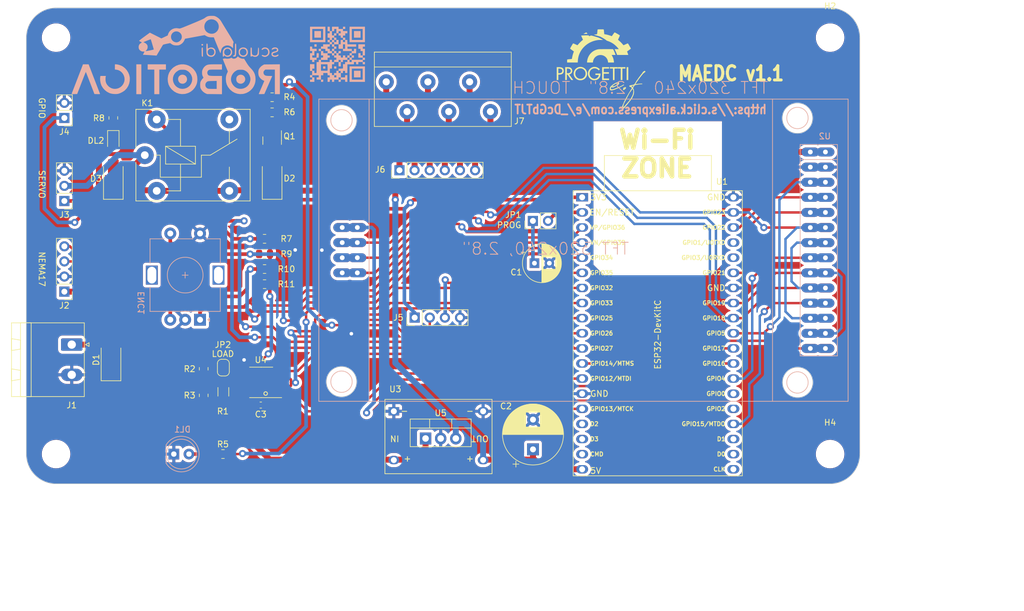
<source format=kicad_pcb>
(kicad_pcb (version 20221018) (generator pcbnew)
  (title_block (title "Mangiatoia per animali domestici ") (date "2024-11-06") (rev "1.1") (company "PROGETTI di Frisoni Emanuele") (comment 4 "MAEDC (Mangiatoia Automatica Erogatore di Crocchette)"))
  (layers (0 "F.Cu" signal) (31 "B.Cu" signal) (34 "B.Paste" user) (35 "F.Paste" user) (36 "B.SilkS" user "B.Silkscreen") (37 "F.SilkS" user "F.Silkscreen") (38 "B.Mask" user) (39 "F.Mask" user) (44 "Edge.Cuts" user))
  (net 0 "")
  (net 1 "Net-(JP1-A)")
  (net 2 "GND")
  (net 3 "+5V")
  (net 4 "+3.3V")
  (net 5 "/LED")
  (net 6 "Net-(D2-A)")
  (net 7 "+12V")
  (net 8 "RS485-B")
  (net 9 "RS485-A")
  (net 10 "SERVO-PWM")
  (net 11 "Net-(JP1-B)")
  (net 12 "Net-(JP2-B)")
  (net 14 "Net-(Q1-B)")
  (net 15 "SERVO-EN")
  (net 16 "Net-(U1-32K_XP{slash}GPIO32{slash}ADC1_CH4)")
  (net 17 "GPIO27")
  (net 18 "ENC-SW")
  (net 19 "ENC-B")
  (net 20 "ENC-A")
  (net 21 "HX711-CK")
  (net 22 "TX-EN")
  (net 23 "HX711-DATA")
  (net 24 "T_IRQ")
  (net 25 "SD-CS")
  (net 32 "TOUCH-CS")
  (net 35 "TFT-LED")
  (net 36 "RX-DTE")
  (net 37 "TX-DTE")
  (net 38 "TFT-CS")
  (net 39 "SCK")
  (net 40 "MISO")
  (net 41 "TFT-DC")
  (net 44 "TFT-RST")
  (net 45 "MOSI")
  (net 46 "Net-(D3-A)")
  (net 47 "Net-(DL2-K)")
  (net 48 "Net-(D1-A)")
  (net 49 "B+")
  (net 50 "B-")
  (net 51 "A+")
  (net 52 "A-")
  (net 53 "E-")
  (net 54 "E+")
  (footprint "Connector_PinHeader_2.54mm:PinHeader_1x06_P2.54mm_Vertical" (layer "F.Cu") (at 132.705 72.39 90)
    (fp_text reference "J6")
    (fp_text value "L-CELL")
  )
  (footprint "Capacitor_SMD:C_0603_1608Metric" (layer "F.Cu") (at 109.41 111.855)
    (fp_text reference "C3")
    (fp_text value "100n")
  )
  (footprint "Relay_THT:Relay_SPDT_Finder_36.11" (layer "F.Cu") (at 89.93 69.85)
    (fp_text reference "K1")
    (fp_text value "FINDER-36.11")
  )
  (footprint "mylib:TBL002A-350-06GR-2OR" (layer "F.Cu") (at 147.982 57.531 180)
    (fp_text reference "J7")
    (fp_text value "L-CELL")
  )
  (footprint "Connector_PinHeader_2.54mm:PinHeader_1x04_P2.54mm_Vertical" (layer "F.Cu") (at 76.4225 92.795 180)
    (fp_text reference "J2")
    (fp_text value "FEED")
  )
  (footprint "Jumper:SolderJumper-2_P1.3mm_Open_RoundedPad1.0x1.5mm" (layer "F.Cu") (at 103.125 105.5665 -90)
    (fp_text reference "JP2")
    (fp_text value "LOAD")
  )
  (footprint "Diode_SMD:D_SMA" (layer "F.Cu") (at 111.315 73.755 90)
    (fp_text reference "D2")
    (fp_text value "SS16")
  )
  (footprint "LED_SMD:LED_0805_2012Metric" (layer "F.Cu") (at 84.645 67.405 -90)
    (fp_text reference "DL2")
    (fp_text value "POW")
  )
  (footprint "Resistor_SMD:R_0805_2012Metric" (layer "F.Cu") (at 110.045 91.535)
    (fp_text reference "R11")
    (fp_text value "4k7")
  )
  (footprint "Capacitor_THT:CP_Radial_D10.0mm_P5.00mm" (layer "F.Cu") (at 155.13 119.302677 90)
    (fp_text reference "C2")
    (fp_text value "220uF")
  )
  (footprint "Resistor_SMD:R_1206_3216Metric" (layer "F.Cu") (at 103.125 109.6305 -90)
    (fp_text reference "R1")
    (fp_text value "120")
  )
  (footprint "Resistor_SMD:R_0805_2012Metric" (layer "F.Cu") (at 99.823 105.759 -90)
    (fp_text reference "R2")
    (fp_text value "4k7")
  )
  (footprint "Resistor_SMD:R_0805_2012Metric" (layer "F.Cu") (at 103.06 120.095)
    (fp_text reference "R5")
    (fp_text value "100R")
  )
  (footprint "Diode_SMD:D_SMA" (layer "F.Cu") (at 84.645 73.755 90)
    (fp_text reference "D3")
    (fp_text value "SS16")
  )
  (footprint "MountingHole:MountingHole_4.3mm_M4" (layer "F.Cu") (at 205.03 120.095)
    (fp_text reference "H4")
    (fp_text value "MountingHole")
  )
  (footprint "Resistor_SMD:R_0805_2012Metric" (layer "F.Cu") (at 111.315 60.1175 180)
    (fp_text reference "R4")
    (fp_text value "4k7")
  )
  (footprint "MountingHole:MountingHole_4.3mm_M4" (layer "F.Cu") (at 75.03 50.095)
    (fp_text reference "H1" hide)
    (fp_text value "MountingHole")
  )
  (footprint "Resistor_SMD:R_0805_2012Metric" (layer "F.Cu") (at 111.315 62.6575 180)
    (fp_text reference "R6")
    (fp_text value "100k")
  )
  (footprint "Diode_SMD:D_SMA" (layer "F.Cu") (at 84.254 104.267 90)
    (fp_text reference "D1")
    (fp_text value "SS16")
  )
  (footprint "Resistor_SMD:R_0805_2012Metric" (layer "F.Cu") (at 110.045 88.995)
    (fp_text reference "R10")
    (fp_text value "4k7")
  )
  (footprint "Resistor_SMD:R_0805_2012Metric" (layer "F.Cu") (at 110.045 83.915)
    (fp_text reference "R7")
    (fp_text value "4k7")
  )
  (footprint "Package_SO:SOIC-8_3.9x4.9mm_P1.27mm" (layer "F.Cu") (at 109.475 108.045 180)
    (fp_text reference "U4")
    (fp_text value "SP3485CN")
  )
  (footprint "mylib:DCDC-5V3A" (layer "F.Cu") (at 139.255 112.903 180)
    (fp_text reference "U3")
    (fp_text value "DCDC-5V3A")
  )
  (footprint "mylib:logo pef 15mm" (layer "F.Cu") (at 166.55 55.499)
    (fp_text reference "G***" hide)
    (fp_text value "LOGO" hide)
  )
  (footprint "Resistor_SMD:R_0805_2012Metric" (layer "F.Cu") (at 110.045 86.455)
    (fp_text reference "R9")
    (fp_text value "4k7")
  )
  (footprint "Connector_PinHeader_2.54mm:PinHeader_1x02_P2.54mm_Vertical" (layer "F.Cu") (at 76.4225 63.595 180)
    (fp_text reference "J4")
    (fp_text value "GPIO")
  )
  (footprint "Resistor_SMD:R_0805_2012Metric" (layer "F.Cu") (at 84.645 63.595 -90)
    (fp_text reference "R8")
    (fp_text value "100R")
  )
  (footprint "Capacitor_THT:CP_Radial_D6.3mm_P2.50mm" (layer "F.Cu") (at 155.374 88.011)
    (fp_text reference "C1")
    (fp_text value "10uF")
  )
  (footprint "Package_TO_SOT_THT:TO-220-3_Vertical" (layer "F.Cu") (at 137.086 117.475)
    (fp_text reference "U5")
    (fp_text value "L7805 n.m.")
  )
  (footprint "MountingHole:MountingHole_4.3mm_M4" (layer "F.Cu") (at 205.03 50.095)
    (fp_text reference "H2")
    (fp_text value "MountingHole")
  )
  (footprint "Package_TO_SOT_SMD:SOT-23" (layer "F.Cu") (at 111.315 67.405 -90)
    (fp_text reference "Q1")
    (fp_text value "BC817")
  )
  (footprint "Connector_PinHeader_2.54mm:PinHeader_1x03_P2.54mm_Vertical" (layer "F.Cu") (at 76.4225 77.55 180)
    (fp_text reference "J3")
    (fp_text value "SERVO")
  )
  (footprint "MountingHole:MountingHole_4.3mm_M4" (layer "F.Cu") (at 75.03 120.095)
    (fp_text reference "H3" hide)
    (fp_text value "MountingHole")
  )
  (footprint "Connector_Phoenix_MSTB:PhoenixContact_MSTBA_2,5_2-G-5,08_1x02_P5.08mm_Horizontal" (layer "F.Cu") (at 77.66 101.695 -90)
    (fp_text reference "J1")
    (fp_text value "POWER")
  )
  (footprint "PCM_Espressif:ESP32-DevKitC" (layer "F.Cu") (at 163.385 76.93)
    (fp_text reference "U1")
    (fp_text value "ESP32-DevKitC")
  )
  (footprint "Connector_PinHeader_2.54mm:PinHeader_1x04_P2.54mm_Vertical" (layer "F.Cu") (at 135.255 97.155 90)
    (fp_text reference "J5")
    (fp_text value "L-CELL")
  )
  (footprint "Resistor_SMD:R_0805_2012Metric" (layer "F.Cu") (at 99.823 110.2275 -90)
    (fp_text reference "R3")
    (fp_text value "4k7")
  )
  (footprint "Connector_PinHeader_2.54mm:PinHeader_1x02_P2.54mm_Vertical" (layer "F.Cu") (at 155.115 80.899 90)
    (fp_text reference "JP1")
    (fp_text value "PROG")
  )
  (footprint "mylib:qrcode sdr 10mm" (layer "B.Cu") (at 122.354 52.959 180)
    (fp_text reference "G***" hide)
    (fp_text value "LOGO" hide)
  )
  (footprint "mylib:TFT-320x240-SDCARD" (layer "B.Cu") (at 163.606902 85.8307 -90)
    (fp_text reference "U2")
    (fp_text value "TFT_320x240")
  )
  (footprint "Rotary_Encoder:RotaryEncoder_Alps_EC11E-Switch_Vertical_H20mm" (layer "B.Cu") (at 99.21 97.515 90)
    (fp_text reference "ENC1")
    (fp_text value "RotaryEncoder_Switch")
  )
  (footprint "mylib:logo sdr 35mm" (layer "B.Cu") (at 95.165802 52.983092 180)
    (fp_text reference "G***" hide)
    (fp_text value "LOGO" hide)
  )
  (footprint "LED_THT:LED_D5.0mm" (layer "B.Cu") (at 94.805 120.095)
    (fp_text reference "DL1")
    (fp_text value "ST")
  )
  (gr_circle (center 110.228881 109.920994) (end 110.438432 110.130545) (stroke (width 0.15)) (fill none) (layer "F.SilkS"))
  (gr_line (start 205.03 45.095) (end 75.03 45.095) (stroke (width 0.1)) (layer "Edge.Cuts"))
  (gr_arc (start 210.03 120.095) (mid 208.565534 123.630534) (end 205.03 125.095) (stroke (width 0.1)) (layer "Edge.Cuts"))
  (gr_arc (start 75.03 125.095) (mid 71.494466 123.630534) (end 70.03 120.095) (stroke (width 0.1)) (layer "Edge.Cuts"))
  (gr_line (start 70.03 50.095) (end 70.03 120.095) (stroke (width 0.1)) (layer "Edge.Cuts"))
  (gr_circle (center 122.966902 107.9287) (end 122.966902 110.4687) (stroke (width 0.1)) (fill none) (layer "Edge.Cuts"))
  (gr_arc (start 205.03 45.095) (mid 208.565534 46.559466) (end 210.03 50.095) (stroke (width 0.1)) (layer "Edge.Cuts"))
  (gr_circle (center 122.966902 63.9867) (end 122.966902 66.5267) (stroke (width 0.1)) (fill none) (layer "Edge.Cuts"))
  (gr_circle (center 199.547988 63.636213) (end 199.547988 66.176213) (stroke (width 0.1)) (fill none) (layer "Edge.Cuts"))
  (gr_arc (start 70.03 50.095) (mid 71.494466 46.559466) (end 75.03 45.095) (stroke (width 0.1)) (layer "Edge.Cuts"))
  (gr_line (start 210.03 120.095) (end 210.03 50.095) (stroke (width 0.1)) (layer "Edge.Cuts"))
  (gr_line (start 75.03 125.095) (end 205.03 125.095) (stroke (width 0.1)) (layer "Edge.Cuts"))
  (gr_circle (center 199.58 108.045) (end 199.58 110.585) (stroke (width 0.1)) (fill none) (layer "Edge.Cuts"))
  (gr_text "https://s.click.aliexpress.com/e/_DcGbTJT" (at 173.19607 63.053019) (layer "B.SilkS") (effects (font (size 1.5 1.3) (thickness 0.3) bold) (justify bottom mirror)))
  (gr_text "Wi-Fi\nZONE" (at 175.981504 73.820935) (layer "F.SilkS") (effects (font (size 3 3) (thickness 0.75) bold) (justify bottom)))
  (gr_text "SERVO" (at 72.062 72.263 270) (layer "F.SilkS") (effects (font (size 1 1)) (justify left bottom)))
  (gr_text "GPIO" (at 72.062 60.071 270) (layer "F.SilkS") (effects (font (size 1 1)) (justify left bottom)))
  (gr_text "MAEDC v1.1" (at 179.25 57.531) (layer "F.SilkS") (effects (font (size 2.4 2) (thickness 0.5) bold) (justify left bottom)))
  (gr_text "NEMA17" (at 72.062 85.979 -90) (layer "F.SilkS") (effects (font (size 1 1)) (justify left bottom)))
  (segment (start 155.115 87.752) (end 155.374 88.011) (width 0.6096) (layer "B.Cu") (net 1))
  (segment (start 155.115 80.899) (end 155.115 87.752) (width 0.6096) (layer "B.Cu") (net 1))
  (via (at 119.66497 85.815389) (size 1.2) (drill 0.6) (layers "F.Cu" "B.Cu") (net 2))
  (via (at 106.606 104.267) (size 1.2) (drill 0.6) (layers "F.Cu" "B.Cu") (net 2))
  (via (at 124.62401 99.866001) (size 1.2) (drill 0.6) (layers "F.Cu" "B.Cu") (net 2))
  (via (at 115.190434 85.786889) (size 1.2) (drill 0.6) (layers "F.Cu" "B.Cu") (net 2))
  (segment (start 104.225 75.755) (end 104.13 75.85) (width 1) (layer "F.Cu") (net 3))
  (segment (start 153.107 121.031) (end 155.13 121.031) (width 1) (layer "F.Cu") (net 3))
  (segment (start 186.362 60.579) (end 195.1037 69.3207) (width 1) (layer "F.Cu") (net 3))
  (segment (start 83.174 75.755) (end 84.645 75.755) (width 1) (layer "F.Cu") (net 3))
  (segment (start 146.755 121.103) (end 146.827 121.031) (width 1) (layer "F.Cu") (net 3))
  (segment (start 111.315 75.755) (end 104.225 75.755) (width 1) (layer "F.Cu") (net 3))
  (segment (start 155.374 121.031) (end 153.107 121.031) (width 1) (layer "F.Cu") (net 3))
  (segment (start 104.13 75.85) (end 91.93 75.85) (width 1) (layer "F.Cu") (net 3))
  (segment (start 163.385 122.65) (end 156.993 122.65) (width 1) (layer "F.Cu") (net 3))
  (segment (start 146.827 121.031) (end 153.107 121.031) (width 1) (layer "F.Cu") (net 3))
  (segment (start 156.993 122.65) (end 155.374 121.031) (width 1) (layer "F.Cu") (net 3))
  (segment (start 155.13 121.031) (end 155.13 119.302677) (width 1) (layer "F.Cu") (net 3))
  (segment (start 82.5865 68.3425) (end 82.222 68.707) (width 1) (layer "F.Cu") (net 3))
  (segment (start 82.222 68.707) (end 82.222 74.803) (width 1) (layer "F.Cu") (net 3))
  (segment (start 150.294 75.819) (end 165.534 60.579) (width 1) (layer "F.Cu") (net 3))
  (segment (start 84.645 75.755) (end 91.835 75.755) (width 1) (layer "F.Cu") (net 3))
  (segment (start 132.006 75.819) (end 111.379 75.819) (width 1) (layer "F.Cu") (net 3))
  (segment (start 91.835 75.755) (end 91.93 75.85) (width 1) (layer "F.Cu") (net 3))
  (segment (start 195.1037 69.3207) (end 204.246902 69.3207) (width 1) (layer "F.Cu") (net 3))
  (segment (start 132.006 75.819) (end 150.294 75.819) (width 1) (layer "F.Cu") (net 3))
  (segment (start 82.222 74.803) (end 83.174 75.755) (width 1) (layer "F.Cu") (net 3))
  (segment (start 165.534 60.579) (end 186.362 60.579) (width 1) (layer "F.Cu") (net 3))
  (segment (start 111.379 75.819) (end 111.315 75.755) (width 1) (layer "F.Cu") (net 3))
  (segment (start 132.006 77.343) (end 132.006 75.819) (width 1) (layer "F.Cu") (net 3))
  (segment (start 84.645 68.3425) (end 82.5865 68.3425) (width 1) (layer "F.Cu") (net 3))
  (via (at 132.006 77.343) (size 1.2) (drill 0.6) (layers "F.Cu" "B.Cu") (net 3))
  (segment (start 146.755 118) (end 146.755 121.103) (width 1) (layer "B.Cu") (net 3))
  (segment (start 132.006 104.775) (end 142.166 114.935) (width 1) (layer "B.Cu") (net 3))
  (segment (start 143.69 114.935) (end 146.755 118) (width 1) (layer "B.Cu") (net 3))
  (segment (start 142.166 114.935) (end 143.69 114.935) (width 1) (layer "B.Cu") (net 3))
  (segment (start 132.006 77.343) (end 132.006 104.775) (width 1) (layer "B.Cu") (net 3))
  (segment (start 142.166 114.935) (end 142.166 117.475) (width 1) (layer "B.Cu") (net 3))
  (segment (start 134.546 77.851) (end 135.054 77.343) (width 0.6096) (layer "F.Cu") (net 4))
  (segment (start 107.368 111.379) (end 107.114 111.125) (width 0.6096) (layer "F.Cu") (net 4))
  (segment (start 110.9575 81.3735) (end 110.9575 83.915) (width 0.6096) (layer "F.Cu") (net 4))
  (segment (start 133.53 78.867) (end 130.101 78.867) (width 0.6096) (layer "F.Cu") (net 4))
  (segment (start 110.9575 88.995) (end 110.9575 91.535) (width 0.6096) (layer "F.Cu") (net 4))
  (segment (start 161.375 76.93) (end 163.385 76.93) (width 0.6096) (layer "F.Cu") (net 4))
  (segment (start 100.764 102.743) (end 108.13 102.743) (width 0.4064) (layer "F.Cu") (net 4))
  (segment (start 109.4 110.109) (end 109.4 103.886) (width 0.4064) (layer "F.Cu") (net 4))
  (segment (start 110.924 91.5685) (end 110.9575 91.535) (width 0.6096) (layer "F.Cu") (net 4))
  (segment (start 110.924 93.599) (end 110.924 91.5685) (width 0.6096) (layer "F.Cu") (net 4))
  (segment (start 110.035 103.886) (end 110.67 103.251) (width 0.4064) (layer "F.Cu") (net 4))
  (segment (start 99.823 103.684) (end 100.764 102.743) (width 0.4064) (layer "F.Cu") (net 4))
  (segment (start 110.9575 86.455) (end 110.9575 88.995) (width 0.6096) (layer "F.Cu") (net 4))
  (segment (start 110.9575 83.915) (end 110.9575 86.455) (width 0.6096) (layer "F.Cu") (net 4))
  (segment (start 107.114 111.125) (end 107.114 110.064) (width 0.6096) (layer "F.Cu") (net 4))
  (segment (start 107.876 110.871) (end 108.638 110.871) (width 0.4064) (layer "F.Cu") (net 4))
  (segment (start 114.988 77.343) (end 110.9575 81.3735) (width 0.6096) (layer "F.Cu") (net 4))
  (segment (start 160.962 77.343) (end 161.375 76.93) (width 0.6096) (layer "F.Cu") (net 4))
  (segment (start 99.823 104.8465) (end 99.823 103.684) (width 0.4064) (layer "F.Cu") (net 4))
  (segment (start 107.844 111.855) (end 107.368 111.379) (width 0.6096) (layer "F.Cu") (net 4))
  (segment (start 108.638 110.871) (end 109.4 110.109) (width 0.4064) (layer "F.Cu") (net 4))
  (segment (start 108.13 102.743) (end 109.273 103.886) (width 0.4064) (layer "F.Cu") (net 4))
  (segment (start 107.368 111.379) (end 107.876 110.871) (width 0.4064) (layer "F.Cu") (net 4))
  (segment (start 109.273 103.886) (end 110.035 103.886) (width 0.4064) (layer "F.Cu") (net 4))
  (segment (start 109.4 103.886) (end 110.035 103.886) (width 0.4064) (layer "F.Cu") (net 4))
  (segment (start 130.101 78.867) (end 128.577 77.343) (width 0.6096) (layer "F.Cu") (net 4))
  (segment (start 107.114 110.064) (end 107 109.95) (width 0.6096) (layer "F.Cu") (net 4))
  (segment (start 128.577 77.343) (end 114.988 77.343) (width 0.6096) (layer "F.Cu") (net 4))
  (segment (start 135.054 77.343) (end 160.962 77.343) (width 0.6096) (layer "F.Cu") (net 4))
  (segment (start 108.635 111.855) (end 107.844 111.855) (width 0.6096) (layer "F.Cu") (net 4))
  (segment (start 134.546 77.851) (end 133.53 78.867) (width 0.6096) (layer "F.Cu") (net 4))
  (via (at 134.546 77.851) (size 1.2) (drill 0.6) (layers "F.Cu" "B.Cu") (net 4))
  (via (at 110.924 93.599) (size 1.2) (drill 0.6) (layers "F.Cu" "B.Cu") (net 4))
  (via (at 110.67 103.251) (size 1.2) (drill 0.6) (layers "F.Cu" "B.Cu") (net 4))
  (segment (start 133.53 78.867) (end 133.53 94.615) (width 0.6096) (layer "B.Cu") (net 4))
  (segment (start 133.53 94.615) (end 135.255 96.34) (width 0.6096) (layer "B.Cu") (net 4))
  (segment (start 111.178 102.743) (end 111.178 93.853) (width 0.6096) (layer "B.Cu") (net 4))
  (segment (start 110.67 103.251) (end 111.178 102.743) (width 0.6096) (layer "B.Cu") (net 4))
  (segment (start 111.178 93.853) (end 110.924 93.599) (width 0.6096) (layer "B.Cu") (net 4))
  (segment (start 135.255 96.34) (end 135.255 97.155) (width 0.6096) (layer "B.Cu") (net 4))
  (segment (start 134.546 77.851) (end 133.53 78.867) (width 0.6096) (layer "B.Cu") (net 4))
  (segment (start 97.345 120.095) (end 102.1475 120.095) (width 0.6096) (layer "F.Cu") (net 5))
  (segment (start 111.315 68.3425) (end 111.315 69.723) (width 0.6096) (layer "F.Cu") (net 6))
  (segment (start 84.7165 62.611) (end 84.645 62.6825) (width 0.6096) (layer "F.Cu") (net 6))
  (segment (start 111.315 69.723) (end 111.315 71.755) (width 0.6096) (layer "F.Cu") (net 6))
  (segment (start 97.803 69.723) (end 91.93 63.85) (width 0.6096) (layer "F.Cu") (net 6))
  (segment (start 91.93 63.85) (end 91.93 63.683) (width 0.6096) (layer "F.Cu") (net 6))
  (segment (start 91.93 63.683) (end 90.858 62.611) (width 0.6096) (layer "F.Cu") (net 6))
  (segment (start 111.315 69.723) (end 97.803 69.723) (width 0.6096) (layer "F.Cu") (net 6))
  (segment (start 90.858 62.611) (end 84.7165 62.611) (width 0.6096) (layer "F.Cu") (net 6))
  (segment (start 89.302 106.267) (end 89.334 106.299) (width 1) (layer "F.Cu") (net 7))
  (segment (start 89.334 106.299) (end 89.334 109.855) (width 1) (layer "F.Cu") (net 7))
  (segment (start 89.334 109.855) (end 94.922 115.443) (width 1) (layer "F.Cu") (net 7))
  (segment (start 94.922 115.443) (end 105.336 115.443) (width 1) (layer "F.Cu") (net 7))
  (segment (start 137.086 118.999) (end 135.054 121.031) (width 1) (layer "F.Cu") (net 7))
  (segment (start 110.924 121.031) (end 131.683 121.031) (width 1) (layer "F.Cu") (net 7))
  (segment (start 84.254 106.267) (end 89.302 106.267) (width 1) (layer "F.Cu") (net 7))
  (segment (start 131.683 121.031) (end 131.755 121.103) (width 1) (layer "F.Cu") (net 7))
  (segment (start 81.418 92.795) (end 89.334 100.711) (width 1) (layer "F.Cu") (net 7))
  (segment (start 131.827 121.031) (end 131.755 121.103) (width 1) (layer "F.Cu") (net 7))
  (segment (start 135.054 121.031) (end 131.827 121.031) (width 1) (layer "F.Cu") (net 7))
  (segment (start 76.4225 92.795) (end 81.418 92.795) (width 1) (layer "F.Cu") (net 7))
  (segment (start 89.334 100.711) (end 89.334 106.299) (width 1) (layer "F.Cu") (net 7))
  (segment (start 137.086 117.475) (end 137.086 118.999) (width 1) (layer "F.Cu") (net 7))
  (segment (start 105.336 115.443) (end 110.924 121.031) (width 1) (layer "F.Cu") (net 7))
  (segment (start 98.478 108.839) (end 98.478 107.823) (width 0.4064) (layer "F.Cu") (net 8))
  (segment (start 103.125 111.093) (end 102.51 111.093) (width 0.4064) (layer "F.Cu") (net 8))
  (segment (start 98.986 109.347) (end 98.478 108.839) (width 0.4064) (layer "F.Cu") (net 8))
  (segment (start 105.495 108.68) (end 105.082 109.093) (width 0.4064) (layer "F.Cu") (net 8))
  (segment (start 100.732 109.315) (end 99.823 109.315) (width 0.4064) (layer "F.Cu") (net 8))
  (segment (start 105.082 109.093) (end 105.082 110.617) (width 0.4064) (layer "F.Cu") (net 8))
  (segment (start 98.478 107.823) (end 78.37 87.715) (width 0.4064) (layer "F.Cu") (net 8))
  (segment (start 105.082 110.617) (end 104.606 111.093) (width 0.4064) (layer "F.Cu") (net 8))
  (segment (start 99.823 109.315) (end 99.018 109.315) (width 0.4064) (layer "F.Cu") (net 8))
  (segment (start 107 108.68) (end 105.495 108.68) (width 0.4064) (layer "F.Cu") (net 8))
  (segment (start 78.37 87.715) (end 76.4225 87.715) (width 0.4064) (layer "F.Cu") (net 8))
  (segment (start 104.606 111.093) (end 103.125 111.093) (width 0.4064) (layer "F.Cu") (net 8))
  (segment (start 102.51 111.093) (end 100.732 109.315) (width 0.4064) (layer "F.Cu") (net 8))
  (segment (start 99.018 109.315) (end 98.986 109.347) (width 0.4064) (layer "F.Cu") (net 8))
  (segment (start 102.1465 104.9165) (end 100.3915 106.6715) (width 0.4064) (layer "F.Cu") (net 9))
  (segment (start 105.082 105.791) (end 104.2075 104.9165) (width 0.4064) (layer "F.Cu") (net 9))
  (segment (start 100.3915 106.6715) (end 99.823 106.6715) (width 0.4064) (layer "F.Cu") (net 9))
  (segment (start 105.082 107.061) (end 105.082 105.791) (width 0.4064) (layer "F.Cu") (net 9))
  (segment (start 103.125 104.9165) (end 102.1465 104.9165) (width 0.4064) (layer "F.Cu") (net 9))
  (segment (start 107 107.41) (end 105.431 107.41) (width 0.4064) (layer "F.Cu") (net 9))
  (segment (start 105.431 107.41) (end 105.082 107.061) (width 0.4064) (layer "F.Cu") (net 9))
  (segment (start 104.2075 104.9165) (end 103.125 104.9165) (width 0.4064) (layer "F.Cu") (net 9))
  (segment (start 98.8505 106.6715) (end 77.354 85.175) (width 0.4064) (layer "F.Cu") (net 9))
  (segment (start 99.823 106.6715) (end 98.8505 106.6715) (width 0.4064) (layer "F.Cu") (net 9))
  (segment (start 77.354 85.175) (end 76.4225 85.175) (width 0.4064) (layer "F.Cu") (net 9))
  (segment (start 103.558 80.899) (end 101.526 78.867) (width 0.6096) (layer "F.Cu") (net 10))
  (segment (start 113.2735 102.235) (end 159.946 102.235) (width 0.4064) (layer "F.Cu") (net 10))
  (segment (start 160.708 106.553) (end 161.565 107.41) (width 0.4064) (layer "F.Cu") (net 10))
  (segment (start 79.174 78.867) (end 77.857 77.55) (width 0.6096) (layer "F.Cu") (net 10))
  (segment (start 77.857 77.55) (end 76.4225 77.55) (width 0.6096) (layer "F.Cu") (net 10))
  (segment (start 161.565 107.41) (end 163.385 107.41) (width 0.4064) (layer "F.Cu") (net 10))
  (segment (start 106.606 80.899) (end 103.558 80.899) (width 0.6096) (layer "F.Cu") (net 10))
  (segment (start 101.526 78.867) (end 79.174 78.867) (width 0.6096) (layer "F.Cu") (net 10))
  (segment (start 111.4955 100.457) (end 113.2735 102.235) (width 0.4064) (layer "F.Cu") (net 10))
  (segment (start 159.946 102.235) (end 160.708 102.997) (width 0.4064) (layer "F.Cu") (net 10))
  (segment (start 108.384 100.457) (end 111.4955 100.457) (width 0.4064) (layer "F.Cu") (net 10))
  (segment (start 160.708 102.997) (end 160.708 106.553) (width 0.4064) (layer "F.Cu") (net 10))
  (via (at 106.606 80.899) (size 1.2) (drill 0.6) (layers "F.Cu" "B.Cu") (net 10))
  (via (at 108.384 100.457) (size 1.2) (drill 0.6) (layers "F.Cu" "B.Cu") (net 10))
  (segment (start 105.844 100.457) (end 108.384 100.457) (width 0.6096) (layer "B.Cu") (net 10))
  (segment (start 104.574 81.661) (end 104.574 99.187) (width 0.6096) (layer "B.Cu") (net 10))
  (segment (start 105.336 80.899) (end 104.574 81.661) (width 0.6096) (layer "B.Cu") (net 10))
  (segment (start 106.606 80.899) (end 105.336 80.899) (width 0.6096) (layer "B.Cu") (net 10))
  (segment (start 104.574 99.187) (end 105.844 100.457) (width 0.6096) (layer "B.Cu") (net 10))
  (segment (start 163.385 79.47) (end 159.084 79.47) (width 0.6096) (layer "F.Cu") (net 11))
  (segment (start 159.084 79.47) (end 157.655 80.899) (width 0.6096) (layer "F.Cu") (net 11))
  (segment (start 103.125 108.168) (end 103.125 106.2165) (width 0.3048) (layer "F.Cu") (net 12))
  (segment (start 112.2275 60.1175) (end 112.2275 62.6575) (width 0.6096) (layer "F.Cu") (net 14))
  (segment (start 112.2275 62.6575) (end 112.2275 66.43) (width 0.6096) (layer "F.Cu") (net 14))
  (segment (start 112.2275 66.43) (end 112.265 66.4675) (width 0.6096) (layer "F.Cu") (net 14))
  (segment (start 161.629 99.79) (end 163.385 99.79) (width 0.4064) (layer "F.Cu") (net 15))
  (segment (start 114.226 57.531) (end 113.718 58.039) (width 0.6096) (layer "F.Cu") (net 15))
  (segment (start 110.4025 58.8145) (end 110.4025 60.1175) (width 0.6096) (layer "F.Cu") (net 15))
  (segment (start 133.784 100.203) (end 161.216 100.203) (width 0.4064) (layer "F.Cu") (net 15))
  (segment (start 111.178 58.039) (end 110.4025 58.8145) (width 0.6096) (layer "F.Cu") (net 15))
  (segment (start 161.216 100.203) (end 161.629 99.79) (width 0.4064) (layer "F.Cu") (net 15))
  (segment (start 121.338 98.425) (end 132.006 98.425) (width 0.4064) (layer "F.Cu") (net 15))
  (segment (start 132.006 98.425) (end 133.784 100.203) (width 0.4064) (layer "F.Cu") (net 15))
  (segment (start 113.718 58.039) (end 111.178 58.039) (width 0.6096) (layer "F.Cu") (net 15))
  (via (at 121.338 98.425) (size 1.2) (drill 0.6) (layers "F.Cu" "B.Cu") (net 15))
  (via (at 114.226 57.531) (size 1.2) (drill 0.6) (layers "F.Cu" "B.Cu") (net 15))
  (segment (start 114.734 58.039) (end 115.242 58.039) (width 0.6096) (layer "B.Cu") (net 15))
  (segment (start 117.274 60.071) (end 117.274 95.631) (width 0.6096) (layer "B.Cu") (net 15))
  (segment (start 120.068 98.425) (end 121.338 98.425) (width 0.6096) (layer "B.Cu") (net 15))
  (segment (start 115.242 58.039) (end 117.274 60.071) (width 0.6096) (layer "B.Cu") (net 15))
  (segment (start 114.226 57.531) (end 114.734 58.039) (width 0.6096) (layer "B.Cu") (net 15))
  (segment (start 117.274 95.631) (end 120.068 98.425) (width 0.6096) (layer "B.Cu") (net 15))
  (segment (start 117.02 97.917) (end 117.02 96.393) (width 0.4064) (layer "F.Cu") (net 16))
  (segment (start 103.9725 120.095) (end 106.272 120.095) (width 0.4064) (layer "F.Cu") (net 16))
  (segment (start 117.02 96.393) (end 117.782 95.631) (width 0.4064) (layer "F.Cu") (net 16))
  (segment (start 132.419 92.17) (end 163.385 92.17) (width 0.4064) (layer "F.Cu") (net 16))
  (segment (start 106.272 120.095) (end 106.352 120.015) (width 0.4064) (layer "F.Cu") (net 16))
  (segment (start 117.782 95.631) (end 128.958 95.631) (width 0.4064) (layer "F.Cu") (net 16))
  (segment (start 128.958 95.631) (end 132.419 92.17) (width 0.4064) (layer "F.Cu") (net 16))
  (via (at 106.352 120.015) (size 1.2) (drill 0.6) (layers "F.Cu" "B.Cu") (net 16))
  (via (at 117.02 97.917) (size 1.2) (drill 0.6) (layers "F.Cu" "B.Cu") (net 16))
  (segment (start 117.02 115.443) (end 112.448 120.015) (width 0.6096) (layer "B.Cu") (net 16))
  (segment (start 117.02 97.917) (end 117.02 115.443) (width 0.6096) (layer "B.Cu") (net 16))
  (segment (start 112.448 120.015) (end 106.352 120.015) (width 0.6096) (layer "B.Cu") (net 16))
  (segment (start 101.018 80.137) (end 79.174 80.137) (width 0.6096) (layer "F.Cu") (net 17))
  (segment (start 104.796 83.915) (end 101.018 80.137) (width 0.6096) (layer "F.Cu") (net 17))
  (segment (start 106.86 98.679) (end 111.432 98.679) (width 0.4064) (layer "F.Cu") (net 17))
  (segment (start 79.174 80.137) (end 78.158 81.153) (width 0.6096) (layer "F.Cu") (net 17))
  (segment (start 162.073 102.33) (end 163.385 102.33) (width 0.4064) (layer "F.Cu") (net 17))
  (segment (start 111.432 98.679) (end 113.972 101.219) (width 0.4064) (layer "F.Cu") (net 17))
  (segment (start 107.622 83.915) (end 109.1325 83.915) (width 0.6096) (layer "F.Cu") (net 17))
  (segment (start 160.962 101.219) (end 162.073 102.33) (width 0.4064) (layer "F.Cu") (net 17))
  (segment (start 113.972 101.219) (end 160.962 101.219) (width 0.4064) (layer "F.Cu") (net 17))
  (segment (start 107.622 83.915) (end 104.796 83.915) (width 0.6096) (layer "F.Cu") (net 17))
  (via (at 78.158 81.153) (size 1.2) (drill 0.6) (layers "F.Cu" "B.Cu") (net 17))
  (via (at 106.86 98.679) (size 1.2) (drill 0.6) (layers "F.Cu" "B.Cu") (net 17))
  (via (at 107.622 83.915) (size 1.2) (drill 0.6) (layers "F.Cu" "B.Cu") (net 17))
  (segment (start 78.158 81.153) (end 75.364 81.153) (width 0.6096) (layer "B.Cu") (net 17))
  (segment (start 75.364 81.153) (end 73.078 78.867) (width 0.6096) (layer "B.Cu") (net 17))
  (segment (start 74.634 63.595) (end 76.4225 63.595) (width 0.6096) (layer "B.Cu") (net 17))
  (segment (start 73.078 65.151) (end 74.634 63.595) (width 0.6096) (layer "B.Cu") (net 17))
  (segment (start 107.622 83.915) (end 106.384 83.915) (width 0.6096) (layer "B.Cu") (net 17))
  (segment (start 105.844 84.455) (end 105.844 97.663) (width 0.6096) (layer "B.Cu") (net 17))
  (segment (start 105.844 97.663) (end 106.86 98.679) (width 0.6096) (layer "B.Cu") (net 17))
  (segment (start 73.078 78.867) (end 73.078 65.151) (width 0.6096) (layer "B.Cu") (net 17))
  (segment (start 106.384 83.915) (end 105.844 84.455) (width 0.6096) (layer "B.Cu") (net 17))
  (segment (start 113.21 97.663) (end 114.48 97.663) (width 0.4064) (layer "F.Cu") (net 18))
  (segment (start 114.48 97.663) (end 117.528 94.615) (width 0.4064) (layer "F.Cu") (net 18))
  (segment (start 94.21 84.505) (end 94.21 83.015) (width 0.6096) (layer "F.Cu") (net 18))
  (segment (start 109.1005 86.487) (end 109.1325 86.455) (width 0.6096) (layer "F.Cu") (net 18))
  (segment (start 137.848 85.471) (end 159.946 85.471) (width 0.4064) (layer "F.Cu") (net 18))
  (segment (start 117.528 94.615) (end 128.704 94.615) (width 0.4064) (layer "F.Cu") (net 18))
  (segment (start 107.622 86.487) (end 109.1005 86.487) (width 0.6096) (layer "F.Cu") (net 18))
  (segment (start 107.622 86.487) (end 96.192 86.487) (width 0.6096) (layer "F.Cu") (net 18))
  (segment (start 128.704 94.615) (end 137.848 85.471) (width 0.4064) (layer "F.Cu") (net 18))
  (segment (start 96.192 86.487) (end 94.21 84.505) (width 0.6096) (layer "F.Cu") (net 18))
  (segment (start 159.946 85.471) (end 161.565 87.09) (width 0.4064) (layer "F.Cu") (net 18))
  (segment (start 161.565 87.09) (end 163.385 87.09) (width 0.4064) (layer "F.Cu") (net 18))
  (via (at 113.21 97.663) (size 1.2) (drill 0.6) (layers "F.Cu" "B.Cu") (net 18))
  (via (at 107.622 86.487) (size 1.2) (drill 0.6) (layers "F.Cu" "B.Cu") (net 18))
  (segment (start 113.21 87.503) (end 113.21 97.663) (width 0.6096) (layer "B.Cu") (net 18))
  (segment (start 112.194 86.487) (end 113.21 87.503) (width 0.6096) (layer "B.Cu") (net 18))
  (segment (start 107.622 86.487) (end 112.194 86.487) (width 0.6096) (layer "B.Cu") (net 18))
  (segment (start 105.844 93.599) (end 95.938 93.599) (width 0.6096) (layer "F.Cu") (net 19))
  (segment (start 114.734 96.139) (end 117.274 93.599) (width 0.4064) (layer "F.Cu") (net 19))
  (segment (start 107.654 88.995) (end 109.1325 88.995) (width 0.6096) (layer "F.Cu") (net 19))
  (segment (start 107.114 92.329) (end 105.844 93.599) (width 0.6096) (layer "F.Cu") (net 19))
  (segment (start 108.384 97.409) (end 109.654 96.139) (width 0.4064) (layer "F.Cu") (net 19))
  (segment (start 109.654 96.139) (end 114.734 96.139) (width 0.4064) (layer "F.Cu") (net 19))
  (segment (start 94.21 95.327) (end 94.21 97.515) (width 0.6096) (layer "F.Cu") (net 19))
  (segment (start 117.274 93.599) (end 128.45 93.599) (width 0.4064) (layer "F.Cu") (net 19))
  (segment (start 95.938 93.599) (end 94.21 95.327) (width 0.6096) (layer "F.Cu") (net 19))
  (segment (start 128.45 93.599) (end 137.499 84.55) (width 0.4064) (layer "F.Cu") (net 19))
  (segment (start 107.114 89.535) (end 107.114 92.329) (width 0.6096) (layer "F.Cu") (net 19))
  (segment (start 107.654 88.995) (end 107.114 89.535) (width 0.6096) (layer "F.Cu") (net 19))
  (segment (start 137.499 84.55) (end 163.385 84.55) (width 0.4064) (layer "F.Cu") (net 19))
  (via (at 107.654 88.995) (size 1.2) (drill 0.6) (layers "F.Cu" "B.Cu") (net 19))
  (via (at 108.384 97.409) (size 1.2) (drill 0.6) (layers "F.Cu" "B.Cu") (net 19))
  (segment (start 107.114 96.139) (end 108.384 97.409) (width 0.6096) (layer "B.Cu") (net 19))
  (segment (start 107.654 88.995) (end 107.114 89.535) (width 0.6096) (layer "B.Cu") (net 19))
  (segment (start 107.114 89.535) (end 107.114 96.139) (width 0.6096) (layer "B.Cu") (net 19))
  (segment (start 116.96737 92.583) (end 128.196 92.583) (width 0.4064) (layer "F.Cu") (net 20))
  (segment (start 137.086 83.693) (end 161.702 83.693) (width 0.4064) (layer "F.Cu") (net 20))
  (segment (start 114.42737 95.123) (end 116.96737 92.583) (width 0.4064) (layer "F.Cu") (net 20))
  (segment (start 161.702 83.693) (end 163.385 82.01) (width 0.4064) (layer "F.Cu") (net 20))
  (segment (start 108.13 95.123) (end 114.42737 95.123) (width 0.4064) (layer "F.Cu") (net 20))
  (segment (start 109.1325 91.535) (end 109.1325 92.8505) (width 0.6096) (layer "F.Cu") (net 20))
  (segment (start 106.606 95.377) (end 100.002 95.377) (width 0.6096) (layer "F.Cu") (net 20))
  (segment (start 109.1325 92.8505) (end 107.495 94.488) (width 0.6096) (layer "F.Cu") (net 20))
  (segment (start 107.495 94.488) (end 106.606 95.377) (width 0.6096) (layer "F.Cu") (net 20))
  (segment (start 99.21 96.169) (end 99.21 97.515) (width 0.6096) (layer "F.Cu") (net 20))
  (segment (start 128.196 92.583) (end 137.086 83.693) (width 0.4064) (layer "F.Cu") (net 20))
  (segment (start 107.495 94.488) (end 108.13 95.123) (width 0.4064) (layer "F.Cu") (net 20))
  (segment (start 100.002 95.377) (end 99.21 96.169) (width 0.6096) (layer "F.Cu") (net 20))
  (segment (start 137.795 98.626) (end 138.356 99.187) (width 0.4064) (layer "F.Cu") (net 21))
  (segment (start 138.356 99.187) (end 159.692 99.187) (width 0.4064) (layer "F.Cu") (net 21))
  (segment (start 161.629 97.25) (end 163.385 97.25) (width 0.4064) (layer "F.Cu") (net 21))
  (segment (start 137.795 97.155) (end 137.795 98.626) (width 0.4064) (layer "F.Cu") (net 21))
  (segment (start 159.692 99.187) (end 161.629 97.25) (width 0.4064) (layer "F.Cu") (net 21))
  (segment (start 114.48 108.077) (end 114.988 108.077) (width 0.4064) (layer "F.Cu") (net 22))
  (segment (start 118.544 97.409) (end 119.306 96.647) (width 0.4064) (layer "F.Cu") (net 22))
  (segment (start 129.212 96.647) (end 131.149 94.71) (width 0.4064) (layer "F.Cu") (net 22))
  (segment (start 131.149 94.71) (end 163.385 94.71) (width 0.4064) (layer "F.Cu") (net 22))
  (segment (start 114.48 108.585) (end 114.48 108.077) (width 0.4064) (layer "F.Cu") (net 22))
  (segment (start 118.18474 99.441) (end 118.544 99.08174) (width 0.4064) (layer "F.Cu") (net 22))
  (segment (start 114.988 108.077) (end 115.242 108.077) (width 0.4064) (layer "F.Cu") (net 22))
  (segment (start 119.306 96.647) (end 129.212 96.647) (width 0.4064) (layer "F.Cu") (net 22))
  (segment (start 114.385 108.68) (end 114.48 108.585) (width 0.4064) (layer "F.Cu") (net 22))
  (segment (start 114.48 99.695) (end 114.734 99.441) (width 0.4064) (layer "F.Cu") (net 22))
  (segment (start 114.48 108.077) (end 114.48 107.569) (width 0.4064) (layer "F.Cu") (net 22))
  (segment (start 114.734 99.441) (end 118.18474 99.441) (width 0.4064) (layer "F.Cu") (net 22))
  (segment (start 111.95 108.68) (end 114.385 108.68) (width 0.4064) (layer "F.Cu") (net 22))
  (segment (start 114.321 107.41) (end 111.95 107.41) (width 0.4064) (layer "F.Cu") (net 22))
  (segment (start 118.544 99.08174) (end 118.544 97.409) (width 0.4064) (layer "F.Cu") (net 22))
  (segment (start 114.48 107.569) (end 114.321 107.41) (width 0.4064) (layer "F.Cu") (net 22))
  (via (at 115.242 108.077) (size 1.2) (drill 0.6) (layers "F.Cu" "B.Cu") (net 22))
  (via (at 114.48 99.695) (size 1.2) (drill 0.6) (layers "F.Cu" "B.Cu") (net 22))
  (segment (start 114.48 99.695) (end 115.242 100.457) (width 0.6096) (layer "B.Cu") (net 22))
  (segment (start 115.242 100.457) (end 115.242 108.077) (width 0.6096) (layer "B.Cu") (net 22))
  (segment (start 160.2 91.313) (end 161.883 89.63) (width 0.4064) (layer "F.Cu") (net 23))
  (segment (start 161.883 89.63) (end 163.385 89.63) (width 0.4064) (layer "F.Cu") (net 23))
  (segment (start 140.896 91.313) (end 160.2 91.313) (width 0.4064) (layer "F.Cu") (net 23))
  (segment (start 140.388 90.805) (end 140.896 91.313) (width 0.4064) (layer "F.Cu") (net 23))
  (via (at 140.388 90.805) (size 1.2) (drill 0.6) (layers "F.Cu" "B.Cu") (net 23))
  (segment (start 140.388 97.102) (end 140.335 97.155) (width 0.4064) (layer "B.Cu") (net 23))
  (segment (start 140.388 90.805) (end 140.388 97.102) (width 0.6096) (layer "B.Cu") (net 23))
  (segment (start 173.313 104.87) (end 163.385 104.87) (width 0.4064) (layer "F.Cu") (net 24))
  (segment (start 204.246902 102.3407) (end 199.6757 102.3407) (width 0.4064) (layer "F.Cu") (net 24))
  (segment (start 199.6757 102.3407) (end 198.389332 101.054332) (width 0.4064) (layer "F.Cu") (net 24))
  (segment (start 198.389332 101.054332) (end 177.128668 101.054332) (width 0.4064) (layer "F.Cu") (net 24))
  (segment (start 177.128668 101.054332) (end 173.313 104.87) (width 0.4064) (layer "F.Cu") (net 24))
  (segment (start 127.18 112.649) (end 132.26 107.569) (width 0.4064) (layer "F.Cu") (net 25))
  (segment (start 155.374 107.569) (end 160.295 112.49) (width 0.4064) (layer "F.Cu") (net 25))
  (segment (start 160.295 112.49) (end 163.385 112.49) (width 0.4064) (layer "F.Cu") (net 25))
  (segment (start 127.18 113.157) (end 127.18 112.649) (width 0.4064) (layer "F.Cu") (net 25))
  (segment (start 132.26 107.569) (end 155.374 107.569) (width 0.4064) (layer "F.Cu") (net 25))
  (via (at 127.18 113.157) (size 1.2) (drill 0.6) (layers "F.Cu" "B.Cu") (net 25))
  (segment (start 127.18 112.649) (end 128.45 111.379) (width 0.6096) (layer "B.Cu") (net 25))
  (segment (start 128.45 82.423) (end 128.0377 82.0107) (width 0.6096) (layer "B.Cu") (net 25))
  (segment (start 128.45 111.379) (end 128.45 82.423) (width 0.6096) (layer "B.Cu") (net 25))
  (segment (start 128.0377 82.0107) (end 123.086902 82.0107) (width 0.6096) (layer "B.Cu") (net 25))
  (segment (start 127.18 113.157) (end 127.18 112.649) (width 0.6096) (layer "B.Cu") (net 25))
  (segment (start 193.982 96.139) (end 195.4003 94.7207) (width 0.4064) (layer "F.Cu") (net 32))
  (segment (start 195.4003 94.7207) (end 204.246902 94.7207) (width 0.4064) (layer "F.Cu") (net 32))
  (via (at 193.982 96.139) (size 1.2) (drill 0.6) (layers "F.Cu" "B.Cu") (net 32))
  (segment (start 193.22 96.901) (end 193.22 106.553) (width 0.4064) (layer "B.Cu") (net 32))
  (segment (start 190.077 115.03) (end 188.785 115.03) (width 0.4064) (layer "B.Cu") (net 32))
  (segment (start 193.982 96.139) (end 193.22 96.901) (width 0.4064) (layer "B.Cu") (net 32))
  (segment (start 193.22 106.553) (end 191.442 108.331) (width 0.4064) (layer "B.Cu") (net 32))
  (segment (start 191.442 108.331) (end 191.442 113.665) (width 0.4064) (layer "B.Cu") (net 32))
  (segment (start 191.442 113.665) (end 190.077 115.03) (width 0.4064) (layer "B.Cu") (net 32))
  (segment (start 191.95 90.551) (end 195.4003 87.1007) (width 0.4064) (layer "F.Cu") (net 35))
  (segment (start 195.4003 87.1007) (end 204.246902 87.1007) (width 0.4064) (layer "F.Cu") (net 35))
  (via (at 191.95 90.551) (size 1.2) (drill 0.6) (layers "F.Cu" "B.Cu") (net 35))
  (segment (start 190.585 107.41) (end 188.785 107.41) (width 0.4064) (layer "B.Cu") (net 35))
  (segment (start 191.95 106.045) (end 190.585 107.41) (width 0.4064) (layer "B.Cu") (net 35))
  (segment (start 191.95 90.551) (end 191.95 106.045) (width 0.4064) (layer "B.Cu") (net 35))
  (segment (start 117.274 112.903) (end 125.402 112.903) (width 0.4064) (layer "F.Cu") (net 36))
  (segment (start 181.025179 104.8734) (end 181.028579 104.87) (width 0.4064) (layer "F.Cu") (net 36))
  (segment (start 125.402 112.903) (end 131.752 106.553) (width 0.4064) (layer "F.Cu") (net 36))
  (segment (start 131.752 106.553) (end 155.882 106.553) (width 0.4064) (layer "F.Cu") (net 36))
  (segment (start 179.1516 104.8734) (end 181.025179 104.8734) (width 0.4064) (layer "F.Cu") (net 36))
  (segment (start 114.321 109.95) (end 117.274 112.903) (width 0.4064) (layer "F.Cu") (net 36))
  (segment (start 160.454 111.125) (end 172.9 111.125) (width 0.4064) (layer "F.Cu") (net 36))
  (segment (start 155.882 106.553) (end 160.454 111.125) (width 0.4064) (layer "F.Cu") (net 36))
  (segment (start 172.9 111.125) (end 179.1516 104.8734) (width 0.4064) (layer "F.Cu") (net 36))
  (segment (start 181.028579 104.87) (end 188.785 104.87) (width 0.4064) (layer "F.Cu") (net 36))
  (segment (start 111.95 109.95) (end 114.321 109.95) (width 0.4064) (layer "F.Cu") (net 36))
  (segment (start 159.692 107.061) (end 159.692 103.505) (width 0.4064) (layer "F.Cu") (net 37))
  (segment (start 115.591 106.14) (end 111.95 106.14) (width 0.4064) (layer "F.Cu") (net 37))
  (segment (start 119.56 103.251) (end 118.48 103.251) (width 0.4064) (layer "F.Cu") (net 37))
  (segment (start 172.306891 108.670109) (end 161.301109 108.670109) (width 0.4064) (layer "F.Cu") (net 37))
  (segment (start 118.48 103.251) (end 115.591 106.14) (width 0.4064) (layer "F.Cu") (net 37))
  (segment (start 159.692 103.505) (end 159.438 103.251) (width 0.4064) (layer "F.Cu") (net 37))
  (segment (start 159.438 103.251) (end 119.56 103.251) (width 0.4064) (layer "F.Cu") (net 37))
  (segment (start 161.301109 108.670109) (end 159.692 107.061) (width 0.4064) (layer "F.Cu") (net 37))
  (segment (start 188.785 102.33) (end 178.647 102.33) (width 0.4064) (layer "F.Cu") (net 37))
  (segment (start 178.647 102.33) (end 172.306891 108.670109) (width 0.4064) (layer "F.Cu") (net 37))
  (segment (start 194.998 98.679) (end 193.887 99.79) (width 0.4064) (layer "F.Cu") (net 38))
  (segment (start 193.887 99.79) (end 188.785 99.79) (width 0.4064) (layer "F.Cu") (net 38))
  (via (at 194.998 98.679) (size 1.2) (drill 0.6) (layers "F.Cu" "B.Cu") (net 38))
  (segment (start 199.4643 74.4007) (end 204.246902 74.4007) (width 0.4064) (layer "B.Cu") (net 38))
  (segment (start 196.522 77.343) (end 199.4643 74.4007) (width 0.4064) (layer "B.Cu") (net 38))
  (segment (start 194.998 98.679) (end 196.522 97.155) (width 0.4064) (layer "B.Cu") (net 38))
  (segment (start 196.522 97.155) (end 196.522 77.343) (width 0.4064) (layer "B.Cu") (net 38))
  (segment (start 128.6083 89.6307) (end 123.086902 89.6307) (width 0.4064) (layer "F.Cu") (net 39))
  (segment (start 188.785 97.25) (end 190.331 97.25) (width 0.4064) (layer "F.Cu") (net 39))
  (segment (start 195.4003 92.1807) (end 204.246902 92.1807) (width 0.4064) (layer "F.Cu") (net 39))
  (segment (start 190.331 97.25) (end 195.4003 92.1807) (width 0.4064) (layer "F.Cu") (net 39))
  (segment (start 142.674 81.407) (end 136.832 81.407) (width 0.4064) (layer "F.Cu") (net 39))
  (segment (start 136.832 81.407) (end 128.6083 89.6307) (width 0.4064) (layer "F.Cu") (net 39))
  (segment (start 143.182 81.915) (end 142.674 81.407) (width 0.4064) (layer "F.Cu") (net 39))
  (via (at 143.182 81.915) (size 1.2) (drill 0.6) (layers "F.Cu" "B.Cu") (net 39))
  (segment (start 164.772 74.041) (end 172.138 81.407) (width 0.4064) (layer "B.Cu") (net 39))
  (segment (start 199.4643 84.5607) (end 198.554 85.471) (width 0.4064) (layer "B.Cu") (net 39))
  (segment (start 198.554 85.471) (end 198.554 91.059) (width 0.4064) (layer "B.Cu") (net 39))
  (segment (start 143.944 82.677) (end 149.1653 82.677) (width 0.4064) (layer "B.Cu") (net 39))
  (segment (start 149.1653 82.677) (end 157.8013 74.041) (width 0.4064) (layer "B.Cu") (net 39))
  (segment (start 184.838 82.423) (end 184.838 94.615) (width 0.4064) (layer "B.Cu") (net 39))
  (segment (start 187.473 97.25) (end 188.785 97.25) (width 0.4064) (layer "B.Cu") (net 39))
  (segment (start 143.182 81.915) (end 143.944 82.677) (width 0.4064) (layer "B.Cu") (net 39))
  (segment (start 184.838 94.615) (end 187.473 97.25) (width 0.4064) (layer "B.Cu") (net 39))
  (segment (start 172.138 81.407) (end 183.822 81.407) (width 0.4064) (layer "B.Cu") (net 39))
  (segment (start 204.246902 84.5607) (end 199.4643 84.5607) (width 0.4064) (layer "B.Cu") (net 39))
  (segment (start 198.554 91.059) (end 199.6757 92.1807) (width 0.4064) (layer "B.Cu") (net 39))
  (segment (start 157.8013 74.041) (end 164.772 74.041) (width 0.4064) (layer "B.Cu") (net 39))
  (segment (start 183.822 81.407) (end 184.838 82.423) (width 0.4064) (layer "B.Cu") (net 39))
  (segment (start 199.6757 92.1807) (end 204.246902 92.1807) (width 0.4064) (layer "B.Cu") (net 39))
  (segment (start 188.785 94.71) (end 190.839 94.71) (width 0.4064) (layer "F.Cu") (net 40))
  (segment (start 195.9083 89.6407) (end 204.246902 89.6407) (width 0.4064) (layer "F.Cu") (net 40))
  (segment (start 145.468 80.391) (end 136.578 80.391) (width 0.4064) (layer "F.Cu") (net 40))
  (segment (start 145.976 80.899) (end 145.468 80.391) (width 0.4064) (layer "F.Cu") (net 40))
  (segment (start 190.839 94.71) (end 195.9083 89.6407) (width 0.4064) (layer "F.Cu") (net 40))
  (segment (start 136.578 80.391) (end 129.8783 87.0907) (width 0.4064) (layer "F.Cu") (net 40))
  (segment (start 129.8783 87.0907) (end 123.086902 87.0907) (width 0.4064) (layer "F.Cu") (net 40))
  (via (at 145.976 80.899) (size 1.2) (drill 0.6) (layers "F.Cu" "B.Cu") (net 40))
  (segment (start 157.406 73.025) (end 165.28 73.025) (width 0.4064) (layer "B.Cu") (net 40))
  (segment (start 148.77 81.661) (end 157.406 73.025) (width 0.4064) (layer "B.Cu") (net 40))
  (segment (start 206.2371 89.6407) (end 204.246902 89.6407) (width 0.4064) (layer "B.Cu") (net 40))
  (segment (start 165.28 73.025) (end 172.646 80.391) (width 0.4064) (layer "B.Cu") (net 40))
  (segment (start 146.738 81.661) (end 148.77 81.661) (width 0.4064) (layer "B.Cu") (net 40))
  (segment (start 206.936 90.3396) (end 206.2371 89.6407) (width 0.4064) (layer "B.Cu") (net 40))
  (segment (start 185.854 81.915) (end 185.854 94.107) (width 0.4064) (layer "B.Cu") (net 40))
  (segment (start 184.33 80.391) (end 185.854 81.915) (width 0.4064) (layer "B.Cu") (net 40))
  (segment (start 206.0683 99.8007) (end 206.936 98.933) (width 0.4064) (layer "B.Cu") (net 40))
  (segment (start 206.936 98.933) (end 206.936 90.3396) (width 0.4064) (layer "B.Cu") (net 40))
  (segment (start 185.854 94.107) (end 186.457 94.71) (width 0.4064) (layer "B.Cu") (net 40))
  (segment (start 204.246902 99.8007) (end 206.0683 99.8007) (width 0.4064) (layer "B.Cu") (net 40))
  (segment (start 145.976 80.899) (end 146.738 81.661) (width 0.4064) (layer "B.Cu") (net 40))
  (segment (start 186.457 94.71) (end 188.785 94.71) (width 0.4064) (layer "B.Cu") (net 40))
  (segment (start 172.646 80.391) (end 184.33 80.391) (width 0.4064) (layer "B.Cu") (net 40))
  (segment (start 191.442 88.519) (end 191.442 81.915) (width 0.4064) (layer "F.Cu") (net 41))
  (segment (start 188.785 89.63) (end 190.331 89.63) (width 0.4064) (layer "F.Cu") (net 41))
  (segment (start 190.331 89.63) (end 191.442 88.519) (width 0.4064) (layer "F.Cu") (net 41))
  (segment (start 193.8763 79.4807) (end 204.246902 79.4807) (width 0.4064) (layer "F.Cu") (net 41))
  (segment (start 191.442 81.915) (end 193.8763 79.4807) (width 0.4064) (layer "F.Cu") (net 41))
  (segment (start 194.8923 76.9407) (end 204.246902 76.9407) (width 0.4064) (layer "F.Cu") (net 44))
  (segment (start 189.823 82.01) (end 194.8923 76.9407) (width 0.4064) (layer "F.Cu") (net 44))
  (segment (start 188.785 82.01) (end 189.823 82.01) (width 0.4064) (layer "F.Cu") (net 44))
  (segment (start 193.90785 82.0207) (end 204.246902 82.0207) (width 0.4064) (layer "F.Cu") (net 45))
  (segment (start 131.1483 84.5507) (end 123.086902 84.5507) (width 0.4064) (layer "F.Cu") (net 45))
  (segment (start 148.008 79.883) (end 147.5 79.375) (width 0.4064) (layer "F.Cu") (net 45))
  (segment (start 147.5 79.375) (end 136.324 79.375) (width 0.4064) (layer "F.Cu") (net 45))
  (segment (start 136.324 79.375) (end 131.1483 84.5507) (width 0.4064) (layer "F.Cu") (net 45))
  (via (at 193.90785 82.0207) (size 1.2) (drill 0.6) (layers "F.Cu" "B.Cu") (net 45))
  (via (at 148.008 79.883) (size 1.2) (drill 0.6) (layers "F.Cu" "B.Cu") (net 45))
  (segment (start 193.90785 82.0207) (end 191.35715 79.47) (width 0.4064) (layer "B.Cu") (net 45))
  (segment (start 149.024 79.883) (end 156.898 72.009) (width 0.4064) (layer "B.Cu") (net 45))
  (segment (start 148.008 79.883) (end 149.024 79.883) (width 0.4064) (layer "B.Cu") (net 45))
  (segment (start 156.898 72.009) (end 165.661 72.009) (width 0.4064) (layer "B.Cu") (net 45))
  (segment (start 165.661 72.009) (end 173.122 79.47) (width 0.4064) (layer "B.Cu") (net 45))
  (segment (start 197.538 83.947) (end 199.4643 82.0207) (width 0.4064) (layer "B.Cu") (net 45))
  (segment (start 198.6597 97.2607) (end 197.538 96.139) (width 0.4064) (layer "B.Cu") (net 45))
  (segment (start 199.4643 82.0207) (end 204.246902 82.0207) (width 0.4064) (layer "B.Cu") (net 45))
  (segment (start 197.538 96.139) (end 197.538 83.947) (width 0.4064) (layer "B.Cu") (net 45))
  (segment (start 204.246902 97.2607) (end 198.6597 97.2607) (width 0.4064) (layer "B.Cu") (net 45))
  (segment (start 173.122 79.47) (end 188.785 79.47) (width 0.4064) (layer "B.Cu") (net 45))
  (segment (start 191.35715 79.47) (end 188.785 79.47) (width 0.4064) (layer "B.Cu") (net 45))
  (segment (start 88.025 71.755) (end 89.93 69.85) (width 1) (layer "F.Cu") (net 46))
  (segment (start 84.645 71.755) (end 88.025 71.755) (width 1) (layer "F.Cu") (net 46))
  (segment (start 76.4225 75.01) (end 80.237 75.01) (width 1) (layer "B.Cu") (net 46))
  (segment (start 85.397 69.85) (end 89.93 69.85) (width 1) (layer "B.Cu") (net 46))
  (segment (start 80.237 75.01) (end 85.397 69.85) (width 1) (layer "B.Cu") (net 46))
  (segment (start 84.645 64.5075) (end 84.645 66.4675) (width 0.6096) (layer "F.Cu") (net 47))
  (segment (start 77.66 101.695) (end 83.682 101.695) (width 1) (layer "F.Cu") (net 48))
  (segment (start 83.682 101.695) (end 84.254 102.267) (width 1) (layer "F.Cu") (net 48))
  (segment (start 130.482 65.405) (end 130.482 57.531) (width 1) (layer "F.Cu") (net 49))
  (segment (start 132.705 72.39) (end 132.705 67.628) (width 1) (layer "F.Cu") (net 49))
  (segment (start 132.705 67.628) (end 130.482 65.405) (width 1) (layer "F.Cu") (net 49))
  (segment (start 135.245 72.39) (end 135.245 66.866) (width 1) (layer "F.Cu") (net 50))
  (segment (start 133.982 65.603) (end 133.982 62.531) (width 1) (layer "F.Cu") (net 50))
  (segment (start 135.245 66.866) (end 133.982 65.603) (width 1) (layer "F.Cu") (net 50))
  (segment (start 137.785 72.39) (end 137.785 65.962) (width 1) (layer "F.Cu") (net 51))
  (segment (start 137.482 65.659) (end 137.482 57.531) (width 1) (layer "F.Cu") (net 51))
  (segment (start 137.785 65.962) (end 137.482 65.659) (width 1) (layer "F.Cu") (net 51))
  (segment (start 140.982 65.827) (end 140.982 62.531) (width 1) (layer "F.Cu") (net 52))
  (segment (start 140.325 72.39) (end 140.325 66.484) (width 1) (layer "F.Cu") (net 52))
  (segment (start 140.325 66.484) (end 140.982 65.827) (width 1) (layer "F.Cu") (net 52))
  (segment (start 144.482 65.375) (end 144.482 57.531) (width 1) (layer "F.Cu") (net 53))
  (segment (start 142.865 66.992) (end 144.482 65.375) (width 1) (layer "F.Cu") (net 53))
  (segment (start 142.865 72.39) (end 142.865 66.992) (width 1) (layer "F.Cu") (net 53))
  (segment (start 147.982 65.177) (end 147.982 62.531) (width 1) (layer "F.Cu") (net 54))
  (segment (start 145.405 67.754) (end 147.982 65.177) (width 1) (layer "F.Cu") (net 54))
  (segment (start 145.405 72.39) (end 145.405 67.754) (width 1) (layer "F.Cu") (net 54))
  (zone locked (net 2) (net_name "GND") (layers "F&B.Cu") (connect_pads (clearance 0.5)) (min_thickness 0.2) (fill yes (thermal_gap 0.5) (thermal_bridge_width 0.5))
    (polygon (pts (xy 68.76 43.815) (xy 211 43.815) (xy 211 126.365) (xy 68.76 126.365)))
  )
  (zone (net 0) (net_name "") (layers "F&B.Cu") (name "WIFI") (connect_pads (clearance 0)) (min_thickness 0.25)
    (keepout (tracks allowed) (vias allowed) (pads allowed) (copperpour not_allowed) (footprints allowed))
    (fill (thermal_gap 0.5) (thermal_bridge_width 0.5))
    (polygon (pts (xy 165.28 64.135) (xy 186.87 64.135) (xy 186.87 88.265) (xy 185.092 90.043) (xy 167.058 90.043) (xy 165.28 88.265)))
  )
)
</source>
